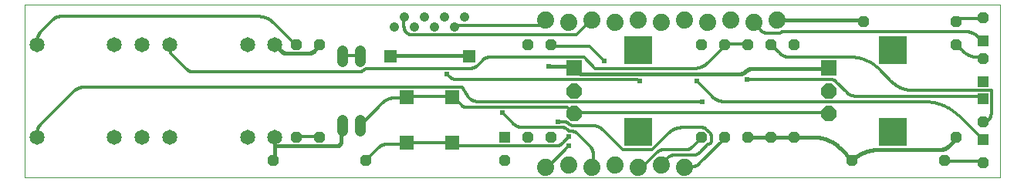
<source format=gtl>
G75*
%MOIN*%
%OFA0B0*%
%FSLAX25Y25*%
%IPPOS*%
%LPD*%
%AMOC8*
5,1,8,0,0,1.08239X$1,22.5*
%
%ADD10C,0.00100*%
%ADD11R,0.06600X0.06600*%
%ADD12OC8,0.06600*%
%ADD13R,0.12268X0.12268*%
%ADD14C,0.06496*%
%ADD15OC8,0.04800*%
%ADD16C,0.04800*%
%ADD17R,0.05906X0.05906*%
%ADD18R,0.04800X0.04800*%
%ADD19R,0.05315X0.05315*%
%ADD20C,0.04134*%
%ADD21C,0.07400*%
%ADD22C,0.01200*%
%ADD23C,0.02400*%
%ADD24C,0.01800*%
D10*
X0079937Y0048067D02*
X0501197Y0048067D01*
X0501197Y0122870D01*
X0079937Y0122870D01*
X0079937Y0048067D01*
D11*
X0317378Y0095409D03*
X0427378Y0095409D03*
D12*
X0427378Y0085567D03*
X0427378Y0075724D03*
X0317378Y0075724D03*
X0317378Y0085567D03*
D13*
X0344937Y0067850D03*
X0454937Y0067850D03*
X0454937Y0103283D03*
X0344937Y0103283D03*
D14*
X0188028Y0105567D03*
X0176217Y0105567D03*
X0142752Y0105567D03*
X0130528Y0105567D03*
X0118717Y0105567D03*
X0085252Y0105567D03*
X0085252Y0065567D03*
X0118717Y0065567D03*
X0130528Y0065567D03*
X0142752Y0065567D03*
X0176217Y0065567D03*
X0188028Y0065567D03*
D15*
X0197437Y0065567D03*
X0207437Y0065567D03*
X0187437Y0055567D03*
X0227437Y0055567D03*
X0287437Y0055567D03*
X0297437Y0065567D03*
X0307437Y0065567D03*
X0372437Y0065567D03*
X0382437Y0065567D03*
X0392437Y0065567D03*
X0402437Y0065567D03*
X0412437Y0065567D03*
X0437437Y0055567D03*
X0477437Y0055567D03*
X0493937Y0054567D03*
X0482437Y0065567D03*
X0493937Y0072067D03*
X0493937Y0099567D03*
X0482437Y0105567D03*
X0482437Y0115567D03*
X0493937Y0117067D03*
X0442437Y0115567D03*
X0412437Y0105567D03*
X0402437Y0105567D03*
X0392437Y0105567D03*
X0382437Y0105567D03*
X0372437Y0105567D03*
X0307437Y0105567D03*
X0297437Y0105567D03*
X0207437Y0105567D03*
X0197437Y0105567D03*
D16*
X0217437Y0102967D02*
X0217437Y0098167D01*
X0224937Y0098167D02*
X0224937Y0102967D01*
X0224937Y0072967D02*
X0224937Y0068167D01*
X0217437Y0068167D02*
X0217437Y0072967D01*
D17*
X0245094Y0063224D03*
X0264780Y0063224D03*
X0264780Y0082909D03*
X0245094Y0082909D03*
D18*
X0287437Y0065567D03*
X0493937Y0064567D03*
X0493937Y0082067D03*
X0493937Y0089567D03*
X0493937Y0107067D03*
D19*
X0271866Y0100587D03*
X0238008Y0100587D03*
D20*
X0239780Y0113067D03*
X0248441Y0113067D03*
X0257102Y0113067D03*
X0265764Y0113067D03*
X0270094Y0117398D03*
X0261433Y0117398D03*
X0252772Y0117398D03*
X0244110Y0117398D03*
D21*
X0304937Y0116067D03*
X0314937Y0115067D03*
X0324937Y0116067D03*
X0334937Y0115067D03*
X0344937Y0116067D03*
X0354937Y0115067D03*
X0364937Y0116067D03*
X0374937Y0115067D03*
X0384937Y0116067D03*
X0394937Y0115067D03*
X0404937Y0116067D03*
X0354937Y0053567D03*
X0364937Y0052567D03*
X0344937Y0052567D03*
X0334937Y0053567D03*
X0324937Y0052567D03*
X0314937Y0053567D03*
X0304937Y0052567D03*
D22*
X0305537Y0052867D01*
X0306337Y0052867D01*
X0315137Y0061667D01*
X0312332Y0062862D02*
X0315137Y0065667D01*
X0316501Y0068067D02*
X0316599Y0068065D01*
X0316697Y0068059D01*
X0316795Y0068050D01*
X0316892Y0068036D01*
X0316989Y0068019D01*
X0317085Y0067998D01*
X0317180Y0067973D01*
X0317274Y0067945D01*
X0317367Y0067912D01*
X0317458Y0067877D01*
X0317548Y0067837D01*
X0317637Y0067794D01*
X0317724Y0067748D01*
X0317808Y0067698D01*
X0317891Y0067645D01*
X0317972Y0067589D01*
X0318050Y0067530D01*
X0318126Y0067468D01*
X0318199Y0067402D01*
X0318270Y0067334D01*
X0324617Y0060987D01*
X0325537Y0058766D02*
X0325537Y0052867D01*
X0324937Y0052567D01*
X0325537Y0058766D02*
X0325535Y0058873D01*
X0325530Y0058980D01*
X0325521Y0059087D01*
X0325508Y0059194D01*
X0325491Y0059300D01*
X0325471Y0059405D01*
X0325448Y0059509D01*
X0325421Y0059613D01*
X0325390Y0059716D01*
X0325356Y0059818D01*
X0325318Y0059918D01*
X0325277Y0060017D01*
X0325233Y0060115D01*
X0325185Y0060211D01*
X0325134Y0060305D01*
X0325080Y0060397D01*
X0325023Y0060488D01*
X0324962Y0060577D01*
X0324899Y0060663D01*
X0324833Y0060748D01*
X0324764Y0060830D01*
X0324692Y0060909D01*
X0324617Y0060986D01*
X0329619Y0068784D02*
X0329512Y0068889D01*
X0329401Y0068991D01*
X0329288Y0069091D01*
X0329172Y0069187D01*
X0329054Y0069280D01*
X0328934Y0069370D01*
X0328811Y0069457D01*
X0328686Y0069540D01*
X0328559Y0069620D01*
X0328430Y0069697D01*
X0328298Y0069771D01*
X0328165Y0069841D01*
X0328030Y0069907D01*
X0327894Y0069970D01*
X0327756Y0070030D01*
X0327616Y0070085D01*
X0327475Y0070137D01*
X0327332Y0070186D01*
X0327189Y0070230D01*
X0327044Y0070271D01*
X0326898Y0070308D01*
X0326751Y0070341D01*
X0326604Y0070371D01*
X0326456Y0070396D01*
X0326307Y0070418D01*
X0326158Y0070436D01*
X0326008Y0070449D01*
X0325858Y0070459D01*
X0325707Y0070465D01*
X0325557Y0070467D01*
X0317180Y0070467D01*
X0316176Y0068067D02*
X0316078Y0068069D01*
X0315979Y0068075D01*
X0315881Y0068084D01*
X0315784Y0068098D01*
X0315687Y0068115D01*
X0315591Y0068136D01*
X0315495Y0068161D01*
X0315401Y0068190D01*
X0315308Y0068222D01*
X0315216Y0068258D01*
X0315126Y0068297D01*
X0315037Y0068340D01*
X0314951Y0068387D01*
X0314866Y0068437D01*
X0314783Y0068490D01*
X0314702Y0068546D01*
X0314623Y0068605D01*
X0314547Y0068668D01*
X0314474Y0068733D01*
X0314403Y0068802D01*
X0314402Y0068802D02*
X0314106Y0069098D01*
X0315046Y0071358D02*
X0314977Y0071424D01*
X0314906Y0071487D01*
X0314833Y0071547D01*
X0314757Y0071605D01*
X0314679Y0071659D01*
X0314599Y0071710D01*
X0314517Y0071758D01*
X0314433Y0071803D01*
X0314348Y0071845D01*
X0314260Y0071883D01*
X0314172Y0071917D01*
X0314082Y0071949D01*
X0313991Y0071976D01*
X0313899Y0072000D01*
X0313806Y0072020D01*
X0313713Y0072037D01*
X0313619Y0072050D01*
X0313524Y0072060D01*
X0313429Y0072065D01*
X0313334Y0072067D01*
X0310337Y0072067D01*
X0312733Y0069667D02*
X0295345Y0069667D01*
X0290893Y0071511D02*
X0286337Y0076067D01*
X0290892Y0071511D02*
X0291003Y0071403D01*
X0291116Y0071298D01*
X0291232Y0071196D01*
X0291350Y0071096D01*
X0291471Y0071000D01*
X0291594Y0070906D01*
X0291719Y0070816D01*
X0291847Y0070728D01*
X0291976Y0070644D01*
X0292108Y0070563D01*
X0292241Y0070485D01*
X0292377Y0070411D01*
X0292514Y0070339D01*
X0292653Y0070272D01*
X0292793Y0070207D01*
X0292935Y0070146D01*
X0293079Y0070089D01*
X0293224Y0070035D01*
X0293370Y0069985D01*
X0293517Y0069938D01*
X0293666Y0069895D01*
X0293815Y0069856D01*
X0293965Y0069820D01*
X0294117Y0069788D01*
X0294268Y0069760D01*
X0294421Y0069735D01*
X0294574Y0069714D01*
X0294728Y0069697D01*
X0294882Y0069684D01*
X0295036Y0069675D01*
X0295190Y0069669D01*
X0295345Y0069667D01*
X0309447Y0061667D02*
X0309570Y0061669D01*
X0309693Y0061674D01*
X0309816Y0061684D01*
X0309939Y0061697D01*
X0310061Y0061713D01*
X0310182Y0061734D01*
X0310303Y0061758D01*
X0310423Y0061786D01*
X0310543Y0061817D01*
X0310661Y0061852D01*
X0310778Y0061890D01*
X0310894Y0061932D01*
X0311008Y0061978D01*
X0311121Y0062026D01*
X0311233Y0062079D01*
X0311343Y0062134D01*
X0311451Y0062193D01*
X0311558Y0062255D01*
X0311662Y0062321D01*
X0311765Y0062389D01*
X0311865Y0062461D01*
X0311963Y0062535D01*
X0312059Y0062613D01*
X0312153Y0062693D01*
X0312244Y0062776D01*
X0312332Y0062862D01*
X0309447Y0061667D02*
X0266337Y0061667D01*
X0264780Y0063224D01*
X0264737Y0063267D01*
X0245537Y0063267D01*
X0245094Y0063224D01*
X0244737Y0062467D01*
X0236566Y0062467D01*
X0232761Y0060890D02*
X0227437Y0055567D01*
X0232760Y0060891D02*
X0232865Y0060992D01*
X0232972Y0061091D01*
X0233082Y0061187D01*
X0233194Y0061280D01*
X0233309Y0061370D01*
X0233426Y0061456D01*
X0233546Y0061540D01*
X0233667Y0061620D01*
X0233791Y0061697D01*
X0233917Y0061770D01*
X0234045Y0061840D01*
X0234175Y0061907D01*
X0234306Y0061970D01*
X0234439Y0062029D01*
X0234574Y0062085D01*
X0234710Y0062137D01*
X0234848Y0062185D01*
X0234986Y0062230D01*
X0235126Y0062271D01*
X0235267Y0062308D01*
X0235409Y0062341D01*
X0235552Y0062371D01*
X0235695Y0062396D01*
X0235839Y0062418D01*
X0235984Y0062435D01*
X0236129Y0062449D01*
X0236275Y0062459D01*
X0236420Y0062465D01*
X0236566Y0062467D01*
X0225537Y0071267D02*
X0224937Y0070567D01*
X0225537Y0071267D02*
X0234509Y0080239D01*
X0239887Y0082467D02*
X0244737Y0082467D01*
X0245094Y0082909D01*
X0245537Y0083267D01*
X0264737Y0083267D01*
X0264780Y0082909D01*
X0265537Y0082467D01*
X0268911Y0079093D01*
X0270422Y0078467D02*
X0314337Y0078467D01*
X0316737Y0076067D01*
X0317378Y0075724D01*
X0317537Y0076067D01*
X0427137Y0076067D01*
X0427378Y0075724D01*
X0436929Y0100067D02*
X0437344Y0100062D01*
X0437759Y0100047D01*
X0438174Y0100021D01*
X0438587Y0099986D01*
X0439000Y0099940D01*
X0439412Y0099884D01*
X0439822Y0099818D01*
X0440230Y0099742D01*
X0440636Y0099656D01*
X0441040Y0099560D01*
X0441442Y0099454D01*
X0441840Y0099338D01*
X0442236Y0099213D01*
X0442629Y0099078D01*
X0443018Y0098933D01*
X0443404Y0098779D01*
X0443785Y0098616D01*
X0444163Y0098443D01*
X0444536Y0098260D01*
X0444905Y0098069D01*
X0445268Y0097869D01*
X0445627Y0097660D01*
X0445981Y0097442D01*
X0446329Y0097216D01*
X0446671Y0096981D01*
X0447008Y0096737D01*
X0447338Y0096486D01*
X0447662Y0096227D01*
X0447980Y0095959D01*
X0448291Y0095684D01*
X0448595Y0095402D01*
X0448893Y0095112D01*
X0448892Y0095111D02*
X0454398Y0089605D01*
X0463907Y0085667D02*
X0497537Y0085667D01*
X0497537Y0075667D01*
X0497535Y0075549D01*
X0497529Y0075432D01*
X0497520Y0075314D01*
X0497506Y0075197D01*
X0497489Y0075081D01*
X0497468Y0074965D01*
X0497443Y0074850D01*
X0497414Y0074735D01*
X0497382Y0074622D01*
X0497346Y0074510D01*
X0497306Y0074399D01*
X0497263Y0074289D01*
X0497216Y0074181D01*
X0497166Y0074075D01*
X0497112Y0073970D01*
X0497055Y0073867D01*
X0496994Y0073766D01*
X0496930Y0073667D01*
X0496863Y0073570D01*
X0496793Y0073475D01*
X0496720Y0073383D01*
X0496644Y0073293D01*
X0496565Y0073206D01*
X0496483Y0073121D01*
X0496398Y0073039D01*
X0496311Y0072960D01*
X0496221Y0072884D01*
X0496129Y0072811D01*
X0496034Y0072741D01*
X0495937Y0072674D01*
X0495838Y0072610D01*
X0495737Y0072549D01*
X0495634Y0072492D01*
X0495529Y0072438D01*
X0495423Y0072388D01*
X0495315Y0072341D01*
X0495205Y0072298D01*
X0495094Y0072258D01*
X0494982Y0072222D01*
X0494869Y0072190D01*
X0494754Y0072161D01*
X0494639Y0072136D01*
X0494523Y0072115D01*
X0494407Y0072098D01*
X0494290Y0072084D01*
X0494172Y0072075D01*
X0494055Y0072069D01*
X0493937Y0072067D01*
X0493537Y0064867D02*
X0483924Y0074479D01*
X0492737Y0083267D02*
X0493937Y0082067D01*
X0492737Y0083267D02*
X0438746Y0083267D01*
X0435316Y0084688D02*
X0430471Y0089533D01*
X0428216Y0090467D02*
X0391937Y0090467D01*
X0382229Y0080867D02*
X0382046Y0080869D01*
X0381863Y0080876D01*
X0381680Y0080887D01*
X0381497Y0080903D01*
X0381315Y0080923D01*
X0381134Y0080948D01*
X0380953Y0080977D01*
X0380773Y0081010D01*
X0380593Y0081048D01*
X0380415Y0081091D01*
X0380238Y0081137D01*
X0380062Y0081188D01*
X0379887Y0081244D01*
X0379714Y0081303D01*
X0379542Y0081367D01*
X0379372Y0081435D01*
X0379204Y0081507D01*
X0379037Y0081584D01*
X0378873Y0081664D01*
X0378710Y0081748D01*
X0378550Y0081837D01*
X0378391Y0081929D01*
X0378235Y0082025D01*
X0378082Y0082125D01*
X0377931Y0082229D01*
X0377782Y0082336D01*
X0377636Y0082447D01*
X0377493Y0082561D01*
X0377353Y0082679D01*
X0377216Y0082801D01*
X0377082Y0082925D01*
X0376950Y0083053D01*
X0370337Y0089667D01*
X0369632Y0095267D02*
X0326337Y0095267D01*
X0321537Y0100067D01*
X0280735Y0100067D01*
X0278007Y0098937D02*
X0275328Y0096258D01*
X0272935Y0095267D02*
X0228612Y0095267D01*
X0226094Y0094224D02*
X0226034Y0094167D01*
X0225972Y0094112D01*
X0225907Y0094060D01*
X0225840Y0094011D01*
X0225771Y0093965D01*
X0225700Y0093922D01*
X0225627Y0093882D01*
X0225553Y0093845D01*
X0225477Y0093812D01*
X0225400Y0093782D01*
X0225321Y0093755D01*
X0225241Y0093732D01*
X0225161Y0093712D01*
X0225079Y0093696D01*
X0224997Y0093683D01*
X0224915Y0093674D01*
X0224832Y0093669D01*
X0224749Y0093667D01*
X0153037Y0093667D01*
X0149793Y0095011D02*
X0143137Y0101667D01*
X0143137Y0104867D01*
X0142752Y0105567D01*
X0149793Y0095011D02*
X0149889Y0094918D01*
X0149987Y0094828D01*
X0150088Y0094740D01*
X0150191Y0094656D01*
X0150297Y0094575D01*
X0150405Y0094497D01*
X0150516Y0094422D01*
X0150628Y0094350D01*
X0150743Y0094282D01*
X0150860Y0094217D01*
X0150978Y0094155D01*
X0151098Y0094097D01*
X0151220Y0094042D01*
X0151343Y0093991D01*
X0151468Y0093944D01*
X0151594Y0093900D01*
X0151721Y0093860D01*
X0151850Y0093823D01*
X0151979Y0093791D01*
X0152109Y0093762D01*
X0152240Y0093737D01*
X0152372Y0093715D01*
X0152504Y0093698D01*
X0152637Y0093684D01*
X0152770Y0093675D01*
X0152904Y0093669D01*
X0153037Y0093667D01*
X0187247Y0115157D02*
X0196737Y0105667D01*
X0197437Y0105567D01*
X0187247Y0115157D02*
X0187096Y0115304D01*
X0186942Y0115447D01*
X0186785Y0115586D01*
X0186624Y0115722D01*
X0186460Y0115853D01*
X0186292Y0115980D01*
X0186122Y0116104D01*
X0185948Y0116223D01*
X0185772Y0116337D01*
X0185593Y0116448D01*
X0185411Y0116554D01*
X0185227Y0116655D01*
X0185040Y0116752D01*
X0184851Y0116844D01*
X0184660Y0116932D01*
X0184467Y0117015D01*
X0184271Y0117093D01*
X0184074Y0117166D01*
X0183875Y0117234D01*
X0183675Y0117298D01*
X0183473Y0117357D01*
X0183269Y0117410D01*
X0183065Y0117459D01*
X0182859Y0117502D01*
X0182652Y0117541D01*
X0182444Y0117574D01*
X0182236Y0117603D01*
X0182027Y0117626D01*
X0181817Y0117644D01*
X0181608Y0117657D01*
X0181397Y0117664D01*
X0181187Y0117667D01*
X0095529Y0117667D01*
X0092129Y0116259D02*
X0087299Y0111428D01*
X0085537Y0107176D02*
X0085537Y0105667D01*
X0085252Y0105567D01*
X0085537Y0107176D02*
X0085539Y0107328D01*
X0085545Y0107481D01*
X0085554Y0107633D01*
X0085568Y0107784D01*
X0085585Y0107936D01*
X0085606Y0108087D01*
X0085631Y0108237D01*
X0085660Y0108387D01*
X0085693Y0108535D01*
X0085729Y0108683D01*
X0085769Y0108830D01*
X0085813Y0108976D01*
X0085860Y0109121D01*
X0085911Y0109265D01*
X0085966Y0109407D01*
X0086024Y0109548D01*
X0086086Y0109687D01*
X0086152Y0109825D01*
X0086220Y0109960D01*
X0086293Y0110095D01*
X0086368Y0110227D01*
X0086447Y0110357D01*
X0086529Y0110485D01*
X0086615Y0110612D01*
X0086704Y0110736D01*
X0086795Y0110857D01*
X0086890Y0110976D01*
X0086988Y0111093D01*
X0087089Y0111208D01*
X0087192Y0111319D01*
X0087298Y0111429D01*
X0092129Y0116259D02*
X0092226Y0116353D01*
X0092325Y0116444D01*
X0092427Y0116532D01*
X0092531Y0116618D01*
X0092638Y0116701D01*
X0092747Y0116780D01*
X0092858Y0116857D01*
X0092971Y0116930D01*
X0093086Y0117000D01*
X0093203Y0117067D01*
X0093322Y0117131D01*
X0093443Y0117191D01*
X0093565Y0117248D01*
X0093689Y0117301D01*
X0093814Y0117351D01*
X0093941Y0117397D01*
X0094069Y0117440D01*
X0094198Y0117479D01*
X0094328Y0117515D01*
X0094459Y0117546D01*
X0094591Y0117575D01*
X0094724Y0117599D01*
X0094857Y0117620D01*
X0094991Y0117637D01*
X0095125Y0117650D01*
X0095259Y0117659D01*
X0095394Y0117665D01*
X0095529Y0117667D01*
X0106435Y0087267D02*
X0269137Y0087267D01*
X0271748Y0082656D01*
X0276067Y0080867D02*
X0372737Y0080867D01*
X0382229Y0080867D02*
X0468504Y0080867D01*
X0438746Y0083267D02*
X0438610Y0083269D01*
X0438474Y0083275D01*
X0438338Y0083284D01*
X0438203Y0083298D01*
X0438068Y0083315D01*
X0437933Y0083336D01*
X0437800Y0083360D01*
X0437667Y0083389D01*
X0437534Y0083421D01*
X0437403Y0083457D01*
X0437273Y0083496D01*
X0437144Y0083539D01*
X0437016Y0083586D01*
X0436890Y0083636D01*
X0436765Y0083690D01*
X0436641Y0083747D01*
X0436519Y0083808D01*
X0436399Y0083872D01*
X0436281Y0083940D01*
X0436165Y0084011D01*
X0436051Y0084085D01*
X0435939Y0084162D01*
X0435829Y0084242D01*
X0435721Y0084325D01*
X0435616Y0084412D01*
X0435514Y0084501D01*
X0435413Y0084593D01*
X0435316Y0084688D01*
X0430471Y0089533D02*
X0430393Y0089609D01*
X0430312Y0089682D01*
X0430229Y0089752D01*
X0430143Y0089819D01*
X0430055Y0089883D01*
X0429965Y0089945D01*
X0429873Y0090003D01*
X0429779Y0090058D01*
X0429683Y0090109D01*
X0429586Y0090158D01*
X0429486Y0090203D01*
X0429386Y0090245D01*
X0429284Y0090283D01*
X0429181Y0090318D01*
X0429076Y0090349D01*
X0428971Y0090376D01*
X0428865Y0090400D01*
X0428758Y0090421D01*
X0428650Y0090437D01*
X0428542Y0090450D01*
X0428434Y0090460D01*
X0428325Y0090465D01*
X0428216Y0090467D01*
X0436929Y0100067D02*
X0410361Y0100067D01*
X0406223Y0101781D02*
X0402437Y0105567D01*
X0406337Y0110467D02*
X0406410Y0110538D01*
X0406487Y0110606D01*
X0406565Y0110671D01*
X0406646Y0110733D01*
X0406730Y0110792D01*
X0406815Y0110848D01*
X0406903Y0110901D01*
X0406992Y0110951D01*
X0407083Y0110997D01*
X0407176Y0111039D01*
X0407270Y0111078D01*
X0407366Y0111114D01*
X0407463Y0111146D01*
X0407561Y0111174D01*
X0407660Y0111199D01*
X0407760Y0111219D01*
X0407861Y0111236D01*
X0407962Y0111250D01*
X0408064Y0111259D01*
X0408166Y0111265D01*
X0408268Y0111267D01*
X0485643Y0111267D01*
X0485248Y0102755D02*
X0485410Y0102598D01*
X0485575Y0102445D01*
X0485744Y0102296D01*
X0485916Y0102151D01*
X0486092Y0102010D01*
X0486271Y0101873D01*
X0486454Y0101741D01*
X0486639Y0101614D01*
X0486828Y0101491D01*
X0487020Y0101373D01*
X0487215Y0101259D01*
X0487412Y0101151D01*
X0487612Y0101047D01*
X0487814Y0100948D01*
X0488019Y0100854D01*
X0488226Y0100766D01*
X0488436Y0100682D01*
X0488647Y0100604D01*
X0488860Y0100530D01*
X0489074Y0100462D01*
X0489291Y0100399D01*
X0489509Y0100342D01*
X0489728Y0100290D01*
X0489948Y0100243D01*
X0490170Y0100202D01*
X0490392Y0100166D01*
X0490615Y0100136D01*
X0490839Y0100111D01*
X0491064Y0100092D01*
X0491289Y0100078D01*
X0491514Y0100070D01*
X0491739Y0100067D01*
X0493537Y0100067D01*
X0493937Y0099567D01*
X0492291Y0108513D02*
X0492131Y0108670D01*
X0491967Y0108822D01*
X0491800Y0108971D01*
X0491629Y0109115D01*
X0491455Y0109255D01*
X0491277Y0109392D01*
X0491097Y0109524D01*
X0490913Y0109651D01*
X0490726Y0109774D01*
X0490536Y0109893D01*
X0490344Y0110007D01*
X0490149Y0110117D01*
X0489951Y0110222D01*
X0489751Y0110322D01*
X0489549Y0110417D01*
X0489344Y0110508D01*
X0489137Y0110594D01*
X0488929Y0110674D01*
X0488718Y0110750D01*
X0488506Y0110821D01*
X0488292Y0110886D01*
X0488076Y0110947D01*
X0487860Y0111002D01*
X0487642Y0111052D01*
X0487422Y0111097D01*
X0487202Y0111137D01*
X0486981Y0111171D01*
X0486759Y0111201D01*
X0486537Y0111224D01*
X0486314Y0111243D01*
X0486090Y0111256D01*
X0485867Y0111264D01*
X0485643Y0111267D01*
X0492291Y0108513D02*
X0493537Y0107267D01*
X0493937Y0107067D01*
X0485249Y0102755D02*
X0482437Y0105567D01*
X0463907Y0085667D02*
X0463577Y0085671D01*
X0463247Y0085683D01*
X0462918Y0085703D01*
X0462589Y0085732D01*
X0462261Y0085768D01*
X0461934Y0085813D01*
X0461608Y0085865D01*
X0461284Y0085925D01*
X0460961Y0085994D01*
X0460640Y0086070D01*
X0460321Y0086154D01*
X0460004Y0086246D01*
X0459689Y0086346D01*
X0459377Y0086453D01*
X0459067Y0086568D01*
X0458761Y0086691D01*
X0458458Y0086821D01*
X0458158Y0086958D01*
X0457861Y0087103D01*
X0457568Y0087255D01*
X0457279Y0087414D01*
X0456994Y0087580D01*
X0456713Y0087753D01*
X0456436Y0087933D01*
X0456164Y0088120D01*
X0455897Y0088313D01*
X0455634Y0088513D01*
X0455376Y0088719D01*
X0455124Y0088932D01*
X0454877Y0089150D01*
X0454635Y0089375D01*
X0454399Y0089606D01*
X0410361Y0100067D02*
X0410213Y0100069D01*
X0410065Y0100075D01*
X0409917Y0100084D01*
X0409769Y0100097D01*
X0409622Y0100114D01*
X0409475Y0100134D01*
X0409329Y0100159D01*
X0409183Y0100187D01*
X0409038Y0100218D01*
X0408894Y0100254D01*
X0408751Y0100293D01*
X0408609Y0100335D01*
X0408468Y0100382D01*
X0408329Y0100431D01*
X0408190Y0100485D01*
X0408053Y0100541D01*
X0407918Y0100601D01*
X0407784Y0100665D01*
X0407652Y0100732D01*
X0407521Y0100802D01*
X0407392Y0100876D01*
X0407266Y0100953D01*
X0407141Y0101033D01*
X0407018Y0101116D01*
X0406897Y0101202D01*
X0406779Y0101291D01*
X0406663Y0101384D01*
X0406549Y0101479D01*
X0406438Y0101577D01*
X0406329Y0101678D01*
X0406223Y0101781D01*
X0392437Y0105567D02*
X0391937Y0105667D01*
X0383137Y0105667D01*
X0382437Y0105567D01*
X0382337Y0104867D01*
X0374932Y0097462D01*
X0374800Y0097334D01*
X0374665Y0097209D01*
X0374528Y0097087D01*
X0374387Y0096968D01*
X0374243Y0096853D01*
X0374097Y0096742D01*
X0373948Y0096634D01*
X0373796Y0096530D01*
X0373642Y0096430D01*
X0373485Y0096333D01*
X0373326Y0096241D01*
X0373165Y0096152D01*
X0373002Y0096067D01*
X0372837Y0095987D01*
X0372669Y0095910D01*
X0372500Y0095838D01*
X0372329Y0095769D01*
X0372157Y0095705D01*
X0371983Y0095645D01*
X0371808Y0095590D01*
X0371631Y0095538D01*
X0371453Y0095492D01*
X0371274Y0095449D01*
X0371094Y0095411D01*
X0370913Y0095377D01*
X0370732Y0095348D01*
X0370549Y0095323D01*
X0370367Y0095303D01*
X0370183Y0095287D01*
X0370000Y0095276D01*
X0369816Y0095269D01*
X0369632Y0095267D01*
X0345537Y0089667D02*
X0344737Y0090467D01*
X0266290Y0090467D01*
X0263639Y0091565D02*
X0262337Y0092867D01*
X0263640Y0091565D02*
X0263724Y0091483D01*
X0263811Y0091404D01*
X0263901Y0091327D01*
X0263993Y0091253D01*
X0264087Y0091183D01*
X0264183Y0091115D01*
X0264282Y0091050D01*
X0264382Y0090989D01*
X0264484Y0090931D01*
X0264588Y0090876D01*
X0264694Y0090824D01*
X0264801Y0090775D01*
X0264910Y0090730D01*
X0265020Y0090689D01*
X0265132Y0090650D01*
X0265244Y0090616D01*
X0265358Y0090585D01*
X0265472Y0090557D01*
X0265588Y0090533D01*
X0265704Y0090513D01*
X0265820Y0090497D01*
X0265937Y0090484D01*
X0266055Y0090474D01*
X0266172Y0090469D01*
X0266290Y0090467D01*
X0271749Y0082656D02*
X0271859Y0082548D01*
X0271973Y0082443D01*
X0272089Y0082340D01*
X0272208Y0082241D01*
X0272329Y0082145D01*
X0272452Y0082052D01*
X0272578Y0081962D01*
X0272706Y0081875D01*
X0272837Y0081791D01*
X0272969Y0081711D01*
X0273103Y0081634D01*
X0273239Y0081561D01*
X0273378Y0081491D01*
X0273517Y0081425D01*
X0273659Y0081362D01*
X0273802Y0081303D01*
X0273946Y0081247D01*
X0274092Y0081195D01*
X0274239Y0081147D01*
X0274387Y0081103D01*
X0274536Y0081062D01*
X0274687Y0081025D01*
X0274838Y0080992D01*
X0274990Y0080963D01*
X0275142Y0080937D01*
X0275295Y0080916D01*
X0275449Y0080898D01*
X0275603Y0080885D01*
X0275758Y0080875D01*
X0275912Y0080869D01*
X0276067Y0080867D01*
X0270422Y0078467D02*
X0270334Y0078469D01*
X0270245Y0078474D01*
X0270158Y0078483D01*
X0270070Y0078496D01*
X0269983Y0078513D01*
X0269897Y0078532D01*
X0269812Y0078556D01*
X0269728Y0078583D01*
X0269645Y0078613D01*
X0269563Y0078647D01*
X0269483Y0078684D01*
X0269404Y0078725D01*
X0269328Y0078768D01*
X0269253Y0078815D01*
X0269180Y0078865D01*
X0269109Y0078918D01*
X0269040Y0078974D01*
X0268974Y0079032D01*
X0268910Y0079093D01*
X0239887Y0082467D02*
X0239706Y0082465D01*
X0239525Y0082458D01*
X0239344Y0082448D01*
X0239164Y0082433D01*
X0238984Y0082413D01*
X0238805Y0082390D01*
X0238626Y0082362D01*
X0238448Y0082330D01*
X0238270Y0082293D01*
X0238094Y0082253D01*
X0237918Y0082208D01*
X0237744Y0082159D01*
X0237571Y0082106D01*
X0237399Y0082049D01*
X0237229Y0081987D01*
X0237060Y0081922D01*
X0236893Y0081853D01*
X0236727Y0081780D01*
X0236564Y0081703D01*
X0236402Y0081621D01*
X0236242Y0081537D01*
X0236084Y0081448D01*
X0235928Y0081356D01*
X0235775Y0081260D01*
X0235624Y0081160D01*
X0235475Y0081057D01*
X0235329Y0080950D01*
X0235185Y0080840D01*
X0235044Y0080726D01*
X0234906Y0080609D01*
X0234771Y0080489D01*
X0234638Y0080366D01*
X0234509Y0080239D01*
X0228612Y0095267D02*
X0228495Y0095265D01*
X0228379Y0095259D01*
X0228263Y0095250D01*
X0228147Y0095237D01*
X0228032Y0095219D01*
X0227917Y0095199D01*
X0227803Y0095174D01*
X0227690Y0095146D01*
X0227578Y0095114D01*
X0227467Y0095078D01*
X0227358Y0095039D01*
X0227249Y0094996D01*
X0227142Y0094950D01*
X0227037Y0094900D01*
X0226933Y0094847D01*
X0226831Y0094790D01*
X0226732Y0094730D01*
X0226634Y0094667D01*
X0226538Y0094601D01*
X0226444Y0094531D01*
X0226353Y0094459D01*
X0226264Y0094383D01*
X0226178Y0094305D01*
X0226094Y0094224D01*
X0224937Y0100567D02*
X0224737Y0100867D01*
X0217537Y0100867D01*
X0217437Y0100567D01*
X0247548Y0109667D02*
X0318337Y0109667D01*
X0324737Y0116067D01*
X0324937Y0116067D01*
X0304937Y0116067D02*
X0304737Y0116067D01*
X0302337Y0113667D01*
X0267937Y0113667D01*
X0265764Y0113067D01*
X0247548Y0109667D02*
X0247429Y0109669D01*
X0247310Y0109675D01*
X0247192Y0109684D01*
X0247073Y0109697D01*
X0246956Y0109715D01*
X0246839Y0109735D01*
X0246722Y0109760D01*
X0246607Y0109788D01*
X0246492Y0109820D01*
X0246379Y0109856D01*
X0246266Y0109895D01*
X0246155Y0109938D01*
X0246046Y0109985D01*
X0245938Y0110035D01*
X0245832Y0110088D01*
X0245727Y0110145D01*
X0245624Y0110205D01*
X0245524Y0110268D01*
X0245425Y0110334D01*
X0245328Y0110404D01*
X0245234Y0110477D01*
X0245142Y0110552D01*
X0245053Y0110631D01*
X0244966Y0110712D01*
X0244882Y0110796D01*
X0244801Y0110883D01*
X0244722Y0110972D01*
X0244647Y0111064D01*
X0244574Y0111158D01*
X0244504Y0111255D01*
X0244438Y0111354D01*
X0244375Y0111454D01*
X0244315Y0111557D01*
X0244258Y0111662D01*
X0244205Y0111768D01*
X0244155Y0111876D01*
X0244108Y0111985D01*
X0244065Y0112096D01*
X0244026Y0112209D01*
X0243990Y0112322D01*
X0243958Y0112437D01*
X0243930Y0112552D01*
X0243905Y0112669D01*
X0243885Y0112786D01*
X0243867Y0112903D01*
X0243854Y0113022D01*
X0243845Y0113140D01*
X0243839Y0113259D01*
X0243837Y0113378D01*
X0243837Y0116867D01*
X0244110Y0117398D01*
X0307437Y0105567D02*
X0307937Y0104867D01*
X0323937Y0104867D01*
X0330337Y0098467D01*
X0280735Y0100067D02*
X0280614Y0100065D01*
X0280493Y0100059D01*
X0280372Y0100050D01*
X0280251Y0100037D01*
X0280131Y0100019D01*
X0280012Y0099999D01*
X0279893Y0099974D01*
X0279775Y0099946D01*
X0279658Y0099914D01*
X0279543Y0099878D01*
X0279428Y0099839D01*
X0279314Y0099796D01*
X0279202Y0099750D01*
X0279092Y0099700D01*
X0278983Y0099646D01*
X0278876Y0099590D01*
X0278771Y0099530D01*
X0278667Y0099466D01*
X0278566Y0099400D01*
X0278467Y0099330D01*
X0278370Y0099257D01*
X0278275Y0099181D01*
X0278183Y0099103D01*
X0278093Y0099021D01*
X0278006Y0098937D01*
X0275328Y0096258D02*
X0275245Y0096178D01*
X0275159Y0096100D01*
X0275071Y0096026D01*
X0274980Y0095955D01*
X0274886Y0095886D01*
X0274791Y0095821D01*
X0274693Y0095760D01*
X0274594Y0095701D01*
X0274492Y0095646D01*
X0274388Y0095595D01*
X0274283Y0095547D01*
X0274176Y0095503D01*
X0274068Y0095462D01*
X0273959Y0095426D01*
X0273848Y0095392D01*
X0273736Y0095363D01*
X0273623Y0095338D01*
X0273510Y0095316D01*
X0273396Y0095299D01*
X0273281Y0095285D01*
X0273166Y0095275D01*
X0273051Y0095269D01*
X0272935Y0095267D01*
X0315057Y0071346D02*
X0315134Y0071272D01*
X0315214Y0071200D01*
X0315296Y0071132D01*
X0315381Y0071066D01*
X0315468Y0071003D01*
X0315557Y0070944D01*
X0315648Y0070887D01*
X0315741Y0070834D01*
X0315836Y0070785D01*
X0315933Y0070738D01*
X0316031Y0070696D01*
X0316131Y0070656D01*
X0316232Y0070621D01*
X0316334Y0070589D01*
X0316438Y0070560D01*
X0316542Y0070536D01*
X0316647Y0070515D01*
X0316753Y0070498D01*
X0316859Y0070484D01*
X0316966Y0070475D01*
X0317073Y0070469D01*
X0317180Y0070467D01*
X0315058Y0071346D02*
X0315046Y0071358D01*
X0316176Y0068067D02*
X0316501Y0068067D01*
X0314106Y0069098D02*
X0314045Y0069157D01*
X0313981Y0069213D01*
X0313915Y0069266D01*
X0313847Y0069316D01*
X0313776Y0069363D01*
X0313704Y0069407D01*
X0313630Y0069448D01*
X0313554Y0069485D01*
X0313476Y0069519D01*
X0313397Y0069550D01*
X0313317Y0069577D01*
X0313236Y0069601D01*
X0313153Y0069621D01*
X0313070Y0069637D01*
X0312986Y0069650D01*
X0312902Y0069660D01*
X0312818Y0069665D01*
X0312733Y0069667D01*
X0329620Y0068784D02*
X0338337Y0060067D01*
X0351137Y0060067D01*
X0358446Y0067376D01*
X0363977Y0069667D02*
X0372848Y0069667D01*
X0374024Y0069179D02*
X0376225Y0066978D01*
X0376737Y0065744D02*
X0376737Y0064067D01*
X0376735Y0063988D01*
X0376729Y0063910D01*
X0376720Y0063832D01*
X0376706Y0063755D01*
X0376689Y0063678D01*
X0376668Y0063603D01*
X0376643Y0063528D01*
X0376615Y0063455D01*
X0376583Y0063383D01*
X0376548Y0063313D01*
X0376509Y0063244D01*
X0376467Y0063178D01*
X0376422Y0063114D01*
X0376374Y0063052D01*
X0376323Y0062993D01*
X0376268Y0062936D01*
X0376211Y0062881D01*
X0376152Y0062830D01*
X0376090Y0062782D01*
X0376026Y0062737D01*
X0375960Y0062695D01*
X0375891Y0062656D01*
X0375821Y0062621D01*
X0375749Y0062589D01*
X0375676Y0062561D01*
X0375601Y0062536D01*
X0375526Y0062515D01*
X0375449Y0062498D01*
X0375372Y0062484D01*
X0375294Y0062475D01*
X0375216Y0062469D01*
X0375137Y0062467D01*
X0371538Y0058868D01*
X0368638Y0057667D02*
X0360068Y0057667D01*
X0358479Y0057009D02*
X0355137Y0053667D01*
X0354937Y0053567D01*
X0358479Y0057009D02*
X0358546Y0057073D01*
X0358616Y0057135D01*
X0358688Y0057193D01*
X0358762Y0057249D01*
X0358839Y0057301D01*
X0358918Y0057350D01*
X0358999Y0057396D01*
X0359081Y0057439D01*
X0359165Y0057478D01*
X0359251Y0057513D01*
X0359338Y0057545D01*
X0359427Y0057574D01*
X0359516Y0057598D01*
X0359607Y0057619D01*
X0359698Y0057636D01*
X0359790Y0057650D01*
X0359882Y0057659D01*
X0359975Y0057665D01*
X0360068Y0057667D01*
X0355865Y0060067D02*
X0355744Y0060065D01*
X0355624Y0060059D01*
X0355503Y0060049D01*
X0355383Y0060035D01*
X0355264Y0060018D01*
X0355145Y0059996D01*
X0355027Y0059971D01*
X0354910Y0059941D01*
X0354794Y0059908D01*
X0354679Y0059871D01*
X0354566Y0059831D01*
X0354453Y0059786D01*
X0354343Y0059738D01*
X0354233Y0059687D01*
X0354126Y0059631D01*
X0354020Y0059573D01*
X0353917Y0059511D01*
X0353815Y0059445D01*
X0353716Y0059377D01*
X0353619Y0059305D01*
X0353525Y0059230D01*
X0353433Y0059152D01*
X0353343Y0059070D01*
X0353256Y0058987D01*
X0353256Y0058986D02*
X0347137Y0052867D01*
X0345537Y0052867D01*
X0344937Y0052567D01*
X0364937Y0052567D02*
X0365537Y0052867D01*
X0368696Y0052867D01*
X0371498Y0054027D02*
X0382337Y0064867D01*
X0382437Y0065567D01*
X0376737Y0065744D02*
X0376735Y0065825D01*
X0376730Y0065905D01*
X0376720Y0065985D01*
X0376707Y0066065D01*
X0376691Y0066144D01*
X0376670Y0066222D01*
X0376646Y0066299D01*
X0376619Y0066375D01*
X0376588Y0066449D01*
X0376554Y0066522D01*
X0376516Y0066594D01*
X0376475Y0066663D01*
X0376431Y0066731D01*
X0376384Y0066796D01*
X0376334Y0066859D01*
X0376281Y0066920D01*
X0376226Y0066979D01*
X0374025Y0069180D02*
X0373969Y0069233D01*
X0373911Y0069283D01*
X0373851Y0069331D01*
X0373788Y0069376D01*
X0373724Y0069418D01*
X0373658Y0069457D01*
X0373590Y0069493D01*
X0373520Y0069525D01*
X0373449Y0069555D01*
X0373377Y0069581D01*
X0373303Y0069603D01*
X0373229Y0069623D01*
X0373154Y0069639D01*
X0373078Y0069651D01*
X0373002Y0069660D01*
X0372925Y0069665D01*
X0372848Y0069667D01*
X0372437Y0065567D02*
X0371937Y0064867D01*
X0368227Y0061157D01*
X0368638Y0057667D02*
X0368762Y0057669D01*
X0368886Y0057674D01*
X0369009Y0057684D01*
X0369132Y0057697D01*
X0369255Y0057714D01*
X0369377Y0057734D01*
X0369499Y0057758D01*
X0369619Y0057786D01*
X0369739Y0057818D01*
X0369858Y0057853D01*
X0369976Y0057891D01*
X0370092Y0057933D01*
X0370207Y0057979D01*
X0370321Y0058028D01*
X0370433Y0058081D01*
X0370544Y0058137D01*
X0370653Y0058196D01*
X0370760Y0058258D01*
X0370865Y0058324D01*
X0370968Y0058393D01*
X0371069Y0058465D01*
X0371167Y0058540D01*
X0371264Y0058618D01*
X0371357Y0058698D01*
X0371449Y0058782D01*
X0371538Y0058868D01*
X0371498Y0054027D02*
X0371408Y0053941D01*
X0371316Y0053857D01*
X0371221Y0053776D01*
X0371124Y0053698D01*
X0371025Y0053624D01*
X0370923Y0053552D01*
X0370819Y0053484D01*
X0370713Y0053419D01*
X0370605Y0053357D01*
X0370495Y0053299D01*
X0370383Y0053244D01*
X0370269Y0053193D01*
X0370155Y0053145D01*
X0370038Y0053101D01*
X0369920Y0053061D01*
X0369801Y0053024D01*
X0369681Y0052991D01*
X0369560Y0052962D01*
X0369438Y0052937D01*
X0369316Y0052916D01*
X0369193Y0052898D01*
X0369069Y0052885D01*
X0368945Y0052875D01*
X0368820Y0052869D01*
X0368696Y0052867D01*
X0365596Y0060067D02*
X0355865Y0060067D01*
X0358445Y0067376D02*
X0358583Y0067510D01*
X0358723Y0067640D01*
X0358867Y0067768D01*
X0359014Y0067891D01*
X0359164Y0068011D01*
X0359317Y0068127D01*
X0359472Y0068240D01*
X0359631Y0068349D01*
X0359792Y0068453D01*
X0359955Y0068554D01*
X0360121Y0068651D01*
X0360289Y0068743D01*
X0360460Y0068832D01*
X0360632Y0068916D01*
X0360807Y0068996D01*
X0360983Y0069072D01*
X0361162Y0069143D01*
X0361342Y0069210D01*
X0361523Y0069272D01*
X0361706Y0069330D01*
X0361891Y0069384D01*
X0362076Y0069433D01*
X0362263Y0069477D01*
X0362451Y0069517D01*
X0362640Y0069552D01*
X0362829Y0069582D01*
X0363019Y0069608D01*
X0363210Y0069629D01*
X0363402Y0069646D01*
X0363593Y0069658D01*
X0363785Y0069665D01*
X0363977Y0069667D01*
X0368226Y0061157D02*
X0368139Y0061072D01*
X0368049Y0060990D01*
X0367956Y0060911D01*
X0367861Y0060836D01*
X0367763Y0060763D01*
X0367663Y0060694D01*
X0367560Y0060628D01*
X0367456Y0060565D01*
X0367350Y0060506D01*
X0367241Y0060451D01*
X0367131Y0060399D01*
X0367020Y0060350D01*
X0366906Y0060305D01*
X0366792Y0060264D01*
X0366676Y0060227D01*
X0366559Y0060194D01*
X0366441Y0060164D01*
X0366322Y0060138D01*
X0366202Y0060117D01*
X0366082Y0060099D01*
X0365961Y0060085D01*
X0365839Y0060075D01*
X0365718Y0060069D01*
X0365596Y0060067D01*
X0468504Y0080867D02*
X0469039Y0080860D01*
X0469574Y0080841D01*
X0470108Y0080808D01*
X0470642Y0080762D01*
X0471174Y0080703D01*
X0471704Y0080631D01*
X0472232Y0080546D01*
X0472759Y0080448D01*
X0473282Y0080337D01*
X0473803Y0080213D01*
X0474320Y0080077D01*
X0474835Y0079928D01*
X0475345Y0079766D01*
X0475851Y0079592D01*
X0476353Y0079406D01*
X0476850Y0079207D01*
X0477342Y0078996D01*
X0477828Y0078773D01*
X0478309Y0078538D01*
X0478784Y0078292D01*
X0479253Y0078034D01*
X0479716Y0077764D01*
X0480171Y0077484D01*
X0480620Y0077192D01*
X0481061Y0076889D01*
X0481495Y0076575D01*
X0481921Y0076251D01*
X0482339Y0075917D01*
X0482748Y0075572D01*
X0483149Y0075218D01*
X0483542Y0074853D01*
X0483925Y0074480D01*
X0493537Y0064867D02*
X0493937Y0064567D01*
X0493537Y0055267D02*
X0477537Y0055267D01*
X0477437Y0055567D01*
X0493537Y0055267D02*
X0493937Y0054567D01*
X0406337Y0110467D02*
X0400877Y0110467D01*
X0397907Y0111697D02*
X0395137Y0114467D01*
X0394937Y0115067D01*
X0397906Y0111697D02*
X0397998Y0111609D01*
X0398091Y0111524D01*
X0398187Y0111441D01*
X0398286Y0111361D01*
X0398387Y0111284D01*
X0398491Y0111211D01*
X0398596Y0111140D01*
X0398704Y0111073D01*
X0398813Y0111009D01*
X0398925Y0110948D01*
X0399038Y0110891D01*
X0399153Y0110837D01*
X0399269Y0110787D01*
X0399387Y0110740D01*
X0399507Y0110697D01*
X0399627Y0110657D01*
X0399749Y0110621D01*
X0399872Y0110589D01*
X0399995Y0110561D01*
X0400120Y0110536D01*
X0400245Y0110515D01*
X0400371Y0110498D01*
X0400497Y0110484D01*
X0400623Y0110475D01*
X0400750Y0110469D01*
X0400877Y0110467D01*
X0482437Y0115567D02*
X0483137Y0116067D01*
X0483937Y0116867D01*
X0493537Y0116867D01*
X0493937Y0117067D01*
X0207437Y0065567D02*
X0207137Y0065667D01*
X0197537Y0065667D01*
X0197437Y0065567D01*
X0106435Y0087267D02*
X0106246Y0087265D01*
X0106056Y0087258D01*
X0105867Y0087247D01*
X0105678Y0087231D01*
X0105490Y0087211D01*
X0105302Y0087186D01*
X0105115Y0087157D01*
X0104928Y0087123D01*
X0104743Y0087085D01*
X0104558Y0087043D01*
X0104375Y0086996D01*
X0104192Y0086945D01*
X0104011Y0086889D01*
X0103831Y0086829D01*
X0103653Y0086765D01*
X0103476Y0086697D01*
X0103301Y0086624D01*
X0103128Y0086548D01*
X0102956Y0086467D01*
X0102787Y0086382D01*
X0102620Y0086293D01*
X0102454Y0086200D01*
X0102292Y0086104D01*
X0102131Y0086003D01*
X0101973Y0085899D01*
X0101817Y0085791D01*
X0101664Y0085679D01*
X0101514Y0085564D01*
X0101366Y0085445D01*
X0101222Y0085323D01*
X0101080Y0085197D01*
X0100941Y0085068D01*
X0100806Y0084935D01*
X0100805Y0084935D02*
X0086908Y0071038D01*
X0085537Y0067728D02*
X0085537Y0065667D01*
X0085252Y0065567D01*
X0085537Y0067728D02*
X0085539Y0067864D01*
X0085545Y0068000D01*
X0085555Y0068136D01*
X0085569Y0068272D01*
X0085586Y0068407D01*
X0085608Y0068541D01*
X0085634Y0068675D01*
X0085663Y0068808D01*
X0085697Y0068940D01*
X0085734Y0069071D01*
X0085775Y0069201D01*
X0085819Y0069329D01*
X0085868Y0069457D01*
X0085920Y0069582D01*
X0085976Y0069707D01*
X0086035Y0069829D01*
X0086098Y0069950D01*
X0086164Y0070069D01*
X0086234Y0070186D01*
X0086307Y0070301D01*
X0086384Y0070413D01*
X0086463Y0070524D01*
X0086546Y0070632D01*
X0086632Y0070738D01*
X0086721Y0070841D01*
X0086813Y0070941D01*
X0086908Y0071039D01*
D23*
X0262337Y0092867D03*
X0306337Y0096067D03*
X0330337Y0098467D03*
X0345537Y0089667D03*
X0370337Y0089667D03*
X0391937Y0090467D03*
X0372737Y0080867D03*
X0315137Y0065667D03*
X0315137Y0061667D03*
X0310337Y0072067D03*
X0286337Y0076067D03*
D24*
X0317537Y0095267D02*
X0319937Y0092867D01*
X0388696Y0092867D01*
X0391498Y0094027D02*
X0391589Y0094116D01*
X0391684Y0094203D01*
X0391781Y0094286D01*
X0391880Y0094366D01*
X0391982Y0094444D01*
X0392086Y0094518D01*
X0392192Y0094589D01*
X0392301Y0094657D01*
X0392411Y0094721D01*
X0392523Y0094782D01*
X0392637Y0094840D01*
X0392753Y0094894D01*
X0392870Y0094945D01*
X0392989Y0094992D01*
X0393110Y0095036D01*
X0393231Y0095075D01*
X0393354Y0095112D01*
X0393477Y0095144D01*
X0393602Y0095173D01*
X0393727Y0095198D01*
X0393853Y0095219D01*
X0393980Y0095236D01*
X0394107Y0095250D01*
X0394234Y0095259D01*
X0394362Y0095265D01*
X0394490Y0095267D01*
X0427137Y0095267D01*
X0427378Y0095409D01*
X0391498Y0094027D02*
X0391408Y0093941D01*
X0391316Y0093857D01*
X0391221Y0093776D01*
X0391124Y0093698D01*
X0391025Y0093624D01*
X0390923Y0093552D01*
X0390819Y0093484D01*
X0390713Y0093419D01*
X0390605Y0093357D01*
X0390495Y0093299D01*
X0390383Y0093244D01*
X0390269Y0093193D01*
X0390155Y0093145D01*
X0390038Y0093101D01*
X0389920Y0093061D01*
X0389801Y0093024D01*
X0389681Y0092991D01*
X0389560Y0092962D01*
X0389438Y0092937D01*
X0389316Y0092916D01*
X0389193Y0092898D01*
X0389069Y0092885D01*
X0388945Y0092875D01*
X0388820Y0092869D01*
X0388696Y0092867D01*
X0317537Y0095267D02*
X0317378Y0095409D01*
X0316737Y0096067D01*
X0306337Y0096067D01*
X0271866Y0100587D02*
X0271137Y0100867D01*
X0238337Y0100867D01*
X0238008Y0100587D01*
X0207437Y0105567D02*
X0207137Y0104867D01*
X0205161Y0102891D01*
X0202206Y0101667D02*
X0193566Y0101667D01*
X0190785Y0102819D02*
X0188737Y0104867D01*
X0188028Y0105567D01*
X0190786Y0102819D02*
X0190874Y0102733D01*
X0190966Y0102650D01*
X0191060Y0102569D01*
X0191156Y0102492D01*
X0191255Y0102418D01*
X0191356Y0102347D01*
X0191459Y0102279D01*
X0191564Y0102215D01*
X0191672Y0102153D01*
X0191781Y0102096D01*
X0191892Y0102041D01*
X0192004Y0101990D01*
X0192119Y0101943D01*
X0192234Y0101899D01*
X0192351Y0101859D01*
X0192469Y0101823D01*
X0192588Y0101791D01*
X0192708Y0101762D01*
X0192829Y0101737D01*
X0192951Y0101715D01*
X0193073Y0101698D01*
X0193196Y0101684D01*
X0193319Y0101675D01*
X0193442Y0101669D01*
X0193566Y0101667D01*
X0202206Y0101666D02*
X0202332Y0101668D01*
X0202458Y0101674D01*
X0202584Y0101683D01*
X0202710Y0101696D01*
X0202835Y0101714D01*
X0202959Y0101734D01*
X0203083Y0101759D01*
X0203206Y0101787D01*
X0203328Y0101819D01*
X0203449Y0101855D01*
X0203569Y0101895D01*
X0203688Y0101938D01*
X0203805Y0101984D01*
X0203921Y0102034D01*
X0204035Y0102088D01*
X0204148Y0102145D01*
X0204259Y0102205D01*
X0204368Y0102269D01*
X0204475Y0102336D01*
X0204580Y0102406D01*
X0204683Y0102479D01*
X0204783Y0102555D01*
X0204881Y0102635D01*
X0204977Y0102717D01*
X0205070Y0102802D01*
X0205161Y0102890D01*
X0216737Y0070467D02*
X0217437Y0070567D01*
X0216737Y0070467D02*
X0216737Y0063947D01*
X0216735Y0063853D01*
X0216729Y0063759D01*
X0216719Y0063665D01*
X0216706Y0063572D01*
X0216688Y0063479D01*
X0216667Y0063387D01*
X0216642Y0063296D01*
X0216613Y0063207D01*
X0216581Y0063118D01*
X0216545Y0063031D01*
X0216505Y0062946D01*
X0216462Y0062862D01*
X0216416Y0062780D01*
X0216366Y0062700D01*
X0216313Y0062622D01*
X0216256Y0062547D01*
X0216197Y0062473D01*
X0216134Y0062403D01*
X0216069Y0062335D01*
X0216001Y0062270D01*
X0215931Y0062207D01*
X0215857Y0062148D01*
X0215782Y0062091D01*
X0215704Y0062038D01*
X0215624Y0061988D01*
X0215542Y0061942D01*
X0215458Y0061899D01*
X0215373Y0061859D01*
X0215286Y0061823D01*
X0215197Y0061791D01*
X0215108Y0061762D01*
X0215017Y0061737D01*
X0214925Y0061716D01*
X0214832Y0061698D01*
X0214739Y0061685D01*
X0214645Y0061675D01*
X0214551Y0061669D01*
X0214457Y0061667D01*
X0187937Y0061667D01*
X0187937Y0056067D01*
X0187437Y0055567D01*
X0187937Y0061667D02*
X0187937Y0064867D01*
X0188028Y0065567D01*
X0392437Y0065567D02*
X0402437Y0065567D01*
X0412437Y0065567D01*
X0420490Y0065567D01*
X0432349Y0060655D02*
X0437437Y0055567D01*
X0448301Y0060067D02*
X0475017Y0060067D01*
X0479319Y0061849D02*
X0482337Y0064867D01*
X0482437Y0065567D01*
X0479319Y0061848D02*
X0479209Y0061740D01*
X0479096Y0061636D01*
X0478980Y0061534D01*
X0478862Y0061435D01*
X0478741Y0061339D01*
X0478618Y0061246D01*
X0478493Y0061156D01*
X0478365Y0061070D01*
X0478235Y0060987D01*
X0478103Y0060907D01*
X0477970Y0060830D01*
X0477834Y0060757D01*
X0477696Y0060688D01*
X0477557Y0060622D01*
X0477416Y0060559D01*
X0477274Y0060500D01*
X0477130Y0060445D01*
X0476985Y0060393D01*
X0476838Y0060345D01*
X0476691Y0060301D01*
X0476542Y0060260D01*
X0476392Y0060223D01*
X0476242Y0060191D01*
X0476090Y0060161D01*
X0475938Y0060136D01*
X0475786Y0060115D01*
X0475633Y0060097D01*
X0475479Y0060084D01*
X0475325Y0060074D01*
X0475171Y0060068D01*
X0475017Y0060066D01*
X0448301Y0060067D02*
X0447935Y0060063D01*
X0447570Y0060050D01*
X0447205Y0060028D01*
X0446841Y0059997D01*
X0446477Y0059958D01*
X0446114Y0059911D01*
X0445753Y0059854D01*
X0445393Y0059789D01*
X0445035Y0059716D01*
X0444679Y0059634D01*
X0444325Y0059543D01*
X0443972Y0059445D01*
X0443623Y0059337D01*
X0443276Y0059222D01*
X0442932Y0059098D01*
X0442591Y0058966D01*
X0442253Y0058827D01*
X0441919Y0058679D01*
X0441588Y0058523D01*
X0441261Y0058359D01*
X0440938Y0058188D01*
X0440619Y0058009D01*
X0440305Y0057822D01*
X0439995Y0057628D01*
X0439689Y0057427D01*
X0439389Y0057218D01*
X0439094Y0057003D01*
X0438804Y0056780D01*
X0438519Y0056550D01*
X0438240Y0056314D01*
X0437966Y0056072D01*
X0437699Y0055822D01*
X0437437Y0055567D01*
X0432349Y0060655D02*
X0432063Y0060934D01*
X0431771Y0061206D01*
X0431473Y0061471D01*
X0431168Y0061728D01*
X0430857Y0061979D01*
X0430540Y0062222D01*
X0430218Y0062457D01*
X0429890Y0062685D01*
X0429557Y0062905D01*
X0429219Y0063116D01*
X0428876Y0063320D01*
X0428527Y0063516D01*
X0428175Y0063703D01*
X0427818Y0063881D01*
X0427457Y0064051D01*
X0427092Y0064213D01*
X0426723Y0064366D01*
X0426351Y0064510D01*
X0425975Y0064645D01*
X0425597Y0064771D01*
X0425215Y0064888D01*
X0424831Y0064996D01*
X0424444Y0065094D01*
X0424055Y0065184D01*
X0423664Y0065264D01*
X0423271Y0065335D01*
X0422877Y0065396D01*
X0422481Y0065448D01*
X0422084Y0065491D01*
X0421686Y0065524D01*
X0421288Y0065548D01*
X0420889Y0065562D01*
X0420490Y0065567D01*
X0404937Y0116067D02*
X0442337Y0116067D01*
X0442437Y0115567D01*
M02*

</source>
